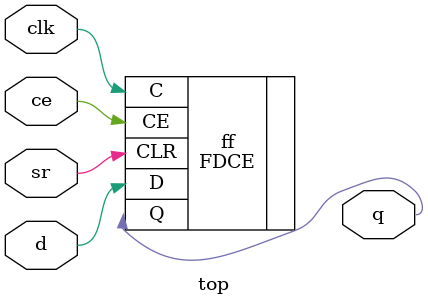
<source format=v>

module top(input clk, ce, sr, d, output q);
    /*
    IS_C_INVERTED=1'b1, IS_D_INVERTED=1'b1, IS_CLR_INVERTED=1'b1,
    ERROR: [Place 30-1008] Instance ff has an inverted D pin which is expected to be used as an I/O flop.
    However, it is used as a regular flop.

    cliff didn't have constrained, also got annoyed
    he is using slightly later version
    ERROR: [Place 30-1008] Instance roi/ffs[0].genblk1.genblk1.ff
    has an inverted D pin which is unsupported in the UltraScale and UltraScale+ architectures.

    which is fine except...he's using 7 series


    and now...
    IS_C_INVERTED=1'b1, IS_D_INVERTED=1'b0, IS_CLR_INVERTED=1'b1,
    ERROR: [Place 30-488] Failed to commit 1 instances:
    ff with block Id: 4 (FF) at SLICE_X0Y104
    ERROR: [Place 30-99] Placer failed with error: 'failed to commit all instances'

    IS_C_INVERTED=1'b0, IS_D_INVERTED=1'b0, IS_CLR_INVERTED=1'b1,
    failed with same message

    IS_C_INVERTED=1'b1, IS_D_INVERTED=1'b0, IS_CLR_INVERTED=1'b0,
    built!
    diff design_fdce.segd design_fdce_inv.segd
        > tag CLBLL_L.SLICEL_X0.CLKINV
    expected

    IS_C_INVERTED=1'b0, IS_D_INVERTED=1'b1, IS_CLR_INVERTED=1'b0,
    ERROR: [Place 30-1008] Instance ff has an inverted D pin which is expected to be used as an I/O flop.
    However, it is used as a regular flop.
    ERROR: [Place 30-99] Placer failed with error: 'IO Clock Placer stopped due to earlier errors.
    Implementation Feasibility check failed, Please see the previously displayed individual error or warning messages for more details.'
    */
	(*
        IS_C_INVERTED=1'b1, IS_D_INVERTED=1'b0, IS_CLR_INVERTED=1'b0,
	    LOC="SLICE_X16Y100", BEL="AFF", DONT_TOUCH
    *)
	FDCE ff (
		.C(clk),
		.CE(ce),
		.CLR(sr),
		.D(d),
		.Q(q)
	);
endmodule


</source>
